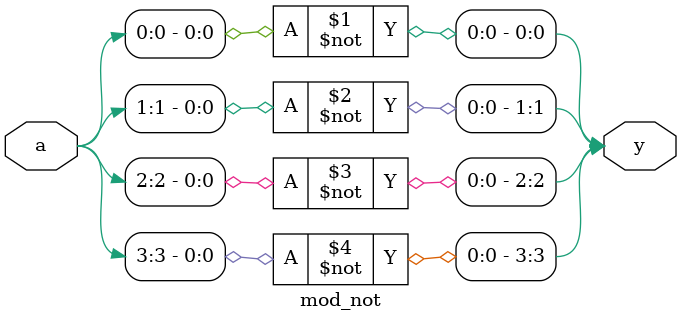
<source format=sv>
module mod_not #(parameter width = 4) (input logic signed[width-1:0] a, 
												 output logic signed[width-1:0] y);
	genvar i;
	generate
		for (i = 0; i < width; i++) begin: forloop
			not dut(y[i], a[i]);
		end
	endgenerate

endmodule
</source>
